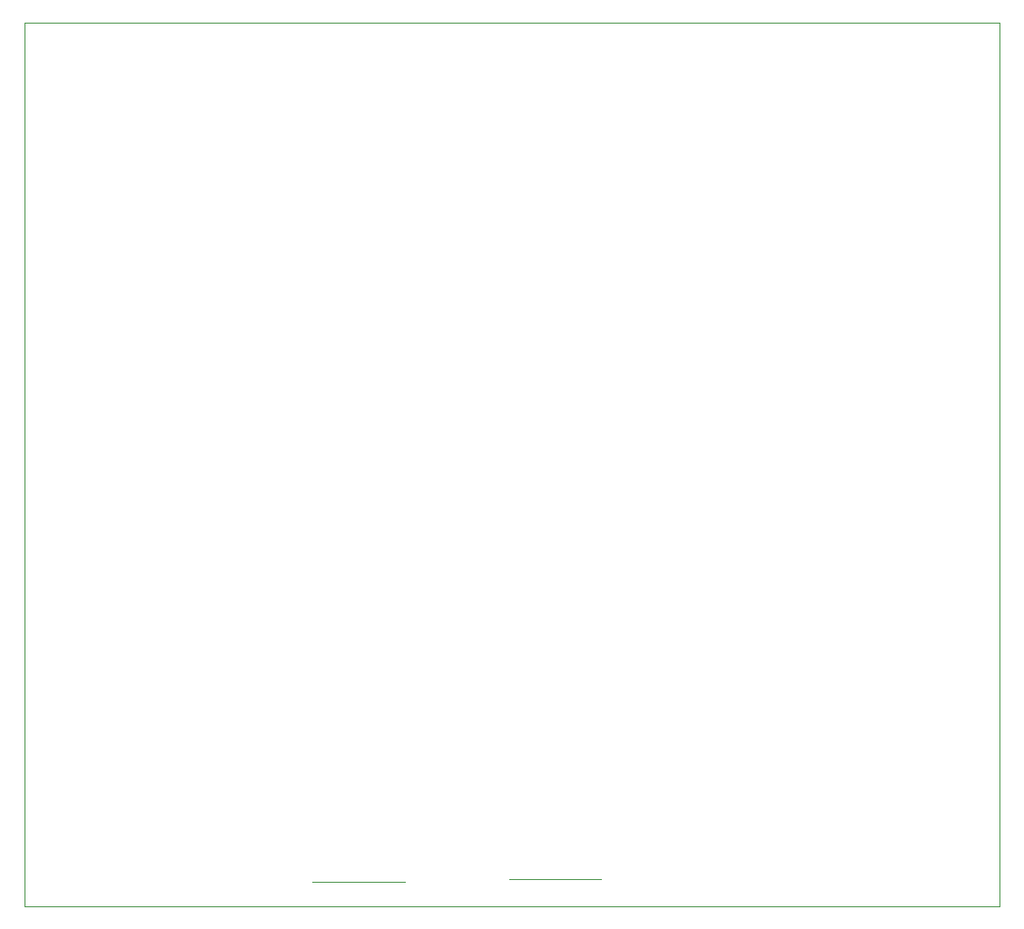
<source format=gbr>
%TF.GenerationSoftware,KiCad,Pcbnew,7.0.9-1.fc39*%
%TF.CreationDate,2023-11-27T20:11:11+01:00*%
%TF.ProjectId,sis5351a GPS controlled time base,73697335-3335-4316-9120-47505320636f,rev?*%
%TF.SameCoordinates,Original*%
%TF.FileFunction,Profile,NP*%
%FSLAX46Y46*%
G04 Gerber Fmt 4.6, Leading zero omitted, Abs format (unit mm)*
G04 Created by KiCad (PCBNEW 7.0.9-1.fc39) date 2023-11-27 20:11:11*
%MOMM*%
%LPD*%
G01*
G04 APERTURE LIST*
%TA.AperFunction,Profile*%
%ADD10C,0.100000*%
%TD*%
G04 APERTURE END LIST*
D10*
X124601600Y-55117000D02*
X215485400Y-55117000D01*
X215485400Y-137570400D01*
X124601600Y-137570400D01*
X124601600Y-55117000D01*
%TO.C,J7*%
X151440000Y-135240000D02*
X160040000Y-135240000D01*
%TO.C,J6*%
X169760000Y-135040000D02*
X178360000Y-135040000D01*
%TD*%
M02*

</source>
